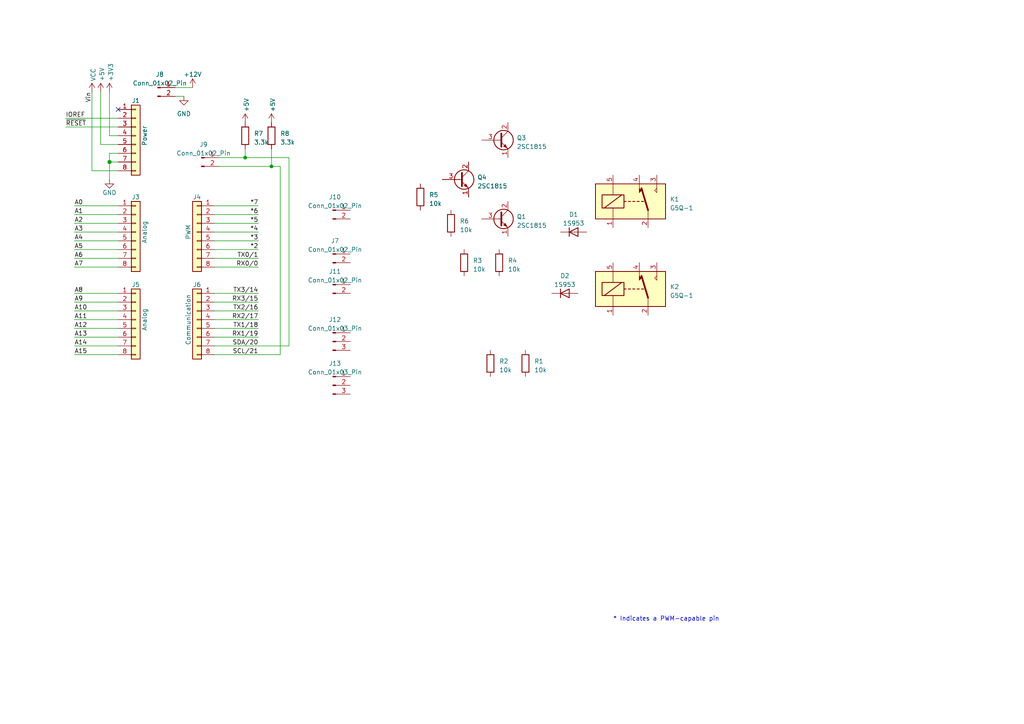
<source format=kicad_sch>
(kicad_sch (version 20230121) (generator eeschema)
  (paper "A4")
  (title_block (date "mar. 31 mars 2015"))
  (lib_symbols
    (symbol "Connector:Conn_01x02_Pin" (pin_names (offset 1.016) hide)
      (property "Reference" "J" (at 0 2.54 0))
      (property "Value" "Conn_01x02_Pin" (at 0 -5.08 0))
      (symbol "Conn_01x02_Pin_1_1"
        (polyline (pts (xy 1.27 -2.54) (xy 0.8636 -2.54)) (stroke (width 0.1524)))
        (polyline (pts (xy 1.27 0) (xy 0.8636 0)) (stroke (width 0.1524)))
        (rectangle (start 0.8636 -2.413) (end 0 -2.667) (stroke (width 0.1524)) (fill (type outline)))
        (rectangle (start 0.8636 0.127) (end 0 -0.127) (stroke (width 0.1524)) (fill (type outline)))
        (pin passive line (at 5.08 0 180) (length 3.81) (name "Pin_1") (number "1"))
        (pin passive line (at 5.08 -2.54 180) (length 3.81) (name "Pin_2") (number "2"))
      )
    )
    (symbol "Connector:Conn_01x03_Pin" (pin_names (offset 1.016) hide)
      (property "Reference" "J" (at 0 5.08 0))
      (property "Value" "Conn_01x03_Pin" (at 0 -5.08 0))
      (symbol "Conn_01x03_Pin_1_1"
        (polyline (pts (xy 1.27 -2.54) (xy 0.8636 -2.54)) (stroke (width 0.1524)))
        (polyline (pts (xy 1.27 0) (xy 0.8636 0)) (stroke (width 0.1524)))
        (polyline (pts (xy 1.27 2.54) (xy 0.8636 2.54)) (stroke (width 0.1524)))
        (rectangle (start 0.8636 -2.413) (end 0 -2.667) (stroke (width 0.1524)) (fill (type outline)))
        (rectangle (start 0.8636 0.127) (end 0 -0.127) (stroke (width 0.1524)) (fill (type outline)))
        (rectangle (start 0.8636 2.667) (end 0 2.413) (stroke (width 0.1524)) (fill (type outline)))
        (pin passive line (at 5.08 2.54 180) (length 3.81) (name "Pin_1") (number "1"))
        (pin passive line (at 5.08 0 180) (length 3.81) (name "Pin_2") (number "2"))
        (pin passive line (at 5.08 -2.54 180) (length 3.81) (name "Pin_3") (number "3"))
      )
    )
    (symbol "Connector_Generic:Conn_01x08" (pin_names (offset 1.016) hide)
      (property "Reference" "J" (at 0 10.16 0))
      (property "Value" "Conn_01x08" (at 0 -12.7 0))
      (symbol "Conn_01x08_1_1"
        (rectangle (start -1.27 -10.033) (end 0 -10.287) (stroke (width 0.1524)))
        (rectangle (start -1.27 -7.493) (end 0 -7.747) (stroke (width 0.1524)))
        (rectangle (start -1.27 -4.953) (end 0 -5.207) (stroke (width 0.1524)))
        (rectangle (start -1.27 -2.413) (end 0 -2.667) (stroke (width 0.1524)))
        (rectangle (start -1.27 0.127) (end 0 -0.127) (stroke (width 0.1524)))
        (rectangle (start -1.27 2.667) (end 0 2.413) (stroke (width 0.1524)))
        (rectangle (start -1.27 5.207) (end 0 4.953) (stroke (width 0.1524)))
        (rectangle (start -1.27 7.747) (end 0 7.493) (stroke (width 0.1524)))
        (rectangle (start -1.27 8.89) (end 1.27 -11.43) (stroke (width 0.254)) (fill (type background)))
        (pin passive line (at -5.08 7.62 0) (length 3.81) (name "Pin_1") (number "1"))
        (pin passive line (at -5.08 5.08 0) (length 3.81) (name "Pin_2") (number "2"))
        (pin passive line (at -5.08 2.54 0) (length 3.81) (name "Pin_3") (number "3"))
        (pin passive line (at -5.08 0 0) (length 3.81) (name "Pin_4") (number "4"))
        (pin passive line (at -5.08 -2.54 0) (length 3.81) (name "Pin_5") (number "5"))
        (pin passive line (at -5.08 -5.08 0) (length 3.81) (name "Pin_6") (number "6"))
        (pin passive line (at -5.08 -7.62 0) (length 3.81) (name "Pin_7") (number "7"))
        (pin passive line (at -5.08 -10.16 0) (length 3.81) (name "Pin_8") (number "8"))
      )
    )
    (symbol "Device:D" (pin_numbers hide) (pin_names (offset 1.016) hide)
      (property "Reference" "D" (at 0 2.54 0))
      (property "Value" "D" (at 0 -2.54 0))
      (symbol "D_0_1"
        (polyline (pts (xy -1.27 1.27) (xy -1.27 -1.27)) (stroke (width 0.254)))
        (polyline (pts (xy 1.27 0) (xy -1.27 0)))
        (polyline (pts (xy 1.27 1.27) (xy 1.27 -1.27) (xy -1.27 0) (xy 1.27 1.27)) (stroke (width 0.254)))
      )
      (symbol "D_1_1"
        (pin passive line (at -3.81 0 0) (length 2.54) (name "K") (number "1"))
        (pin passive line (at 3.81 0 180) (length 2.54) (name "A") (number "2"))
      )
    )
    (symbol "Device:R" (pin_numbers hide) (pin_names (offset 0))
      (property "Reference" "R" (at 2.032 0 90))
      (property "Value" "R" (at 0 0 90))
      (symbol "R_0_1"
        (rectangle (start -1.016 -2.54) (end 1.016 2.54) (stroke (width 0.254)))
      )
      (symbol "R_1_1"
        (pin passive line (at 0 3.81 270) (length 1.27) (name "~") (number "1"))
        (pin passive line (at 0 -3.81 90) (length 1.27) (name "~") (number "2"))
      )
    )
    (symbol "GND_1" (power) (pin_names (offset 0))
      (property "Value" "GND_1" (at 0 -3.81 0))
      (symbol "GND_1_0_1"
        (polyline (pts (xy 0 0) (xy 0 -1.27) (xy 1.27 -1.27) (xy 0 -2.54) (xy -1.27 -1.27) (xy 0 -1.27)))
      )
      (symbol "GND_1_1_1"
        (pin power_in line (at 0 0 270) (length 0) hide (name "GND") (number "1"))
      )
    )
    (symbol "Relay:G5Q-1"
      (property "Reference" "K" (at 11.43 3.81 0))
      (property "Value" "G5Q-1" (at 11.43 1.27 0))
      (symbol "G5Q-1_0_0"
        (polyline (pts (xy 7.62 5.08) (xy 7.62 2.54) (xy 6.985 3.175) (xy 7.62 3.81)))
      )
      (symbol "G5Q-1_0_1"
        (rectangle (start -10.16 5.08) (end 10.16 -5.08) (stroke (width 0.254)) (fill (type background)))
        (rectangle (start -8.255 1.905) (end -1.905 -1.905) (stroke (width 0.254)))
        (polyline (pts (xy -7.62 -1.905) (xy -2.54 1.905)) (stroke (width 0.254)))
        (polyline (pts (xy -5.08 -5.08) (xy -5.08 -1.905)))
        (polyline (pts (xy -5.08 5.08) (xy -5.08 1.905)))
        (polyline (pts (xy -1.905 0) (xy -1.27 0)) (stroke (width 0.254)))
        (polyline (pts (xy -0.635 0) (xy 0 0)) (stroke (width 0.254)))
        (polyline (pts (xy 0.635 0) (xy 1.27 0)) (stroke (width 0.254)))
        (polyline (pts (xy 1.905 0) (xy 2.54 0)) (stroke (width 0.254)))
        (polyline (pts (xy 3.175 0) (xy 3.81 0)) (stroke (width 0.254)))
        (polyline (pts (xy 5.08 -2.54) (xy 3.175 3.81)) (stroke (width 0.508)))
        (polyline (pts (xy 5.08 -2.54) (xy 5.08 -5.08)))
        (polyline (pts (xy 2.54 5.08) (xy 2.54 2.54) (xy 3.175 3.175) (xy 2.54 3.81)) (fill (type outline)))
      )
      (symbol "G5Q-1_1_1"
        (pin passive line (at -5.08 -7.62 90) (length 2.54) (name "~") (number "1"))
        (pin passive line (at 5.08 -7.62 90) (length 2.54) (name "~") (number "2"))
        (pin passive line (at 7.62 7.62 270) (length 2.54) (name "~") (number "3"))
        (pin passive line (at 2.54 7.62 270) (length 2.54) (name "~") (number "4"))
        (pin passive line (at -5.08 7.62 270) (length 2.54) (name "~") (number "5"))
      )
    )
    (symbol "Transistor_BJT:2SC1815" (pin_names (offset 0) hide)
      (property "Reference" "Q" (at 5.08 1.905 0))
      (property "Value" "2SC1815" (at 5.08 0 0))
      (symbol "2SC1815_0_1"
        (polyline (pts (xy 0 0) (xy 0.508 0)))
        (polyline (pts (xy 0.635 0.635) (xy 2.54 2.54)))
        (polyline (pts (xy 0.635 -0.635) (xy 2.54 -2.54) (xy 2.54 -2.54)))
        (polyline (pts (xy 0.635 1.905) (xy 0.635 -1.905) (xy 0.635 -1.905)) (stroke (width 0.508)))
        (polyline (pts (xy 1.27 -1.778) (xy 1.778 -1.27) (xy 2.286 -2.286) (xy 1.27 -1.778) (xy 1.27 -1.778)) (fill (type outline)))
        (circle (center 1.27 0) (radius 2.8194) (stroke (width 0.254)))
      )
      (symbol "2SC1815_1_1"
        (pin passive line (at 2.54 -5.08 90) (length 2.54) (name "E") (number "1"))
        (pin passive line (at 2.54 5.08 270) (length 2.54) (name "C") (number "2"))
        (pin input line (at -5.08 0 0) (length 5.08) (name "B") (number "3"))
      )
    )
    (symbol "power:+12V" (power) (pin_names (offset 0))
      (property "Value" "+12V" (at 0 3.556 0))
      (symbol "+12V_0_1"
        (polyline (pts (xy -0.762 1.27) (xy 0 2.54)))
        (polyline (pts (xy 0 0) (xy 0 2.54)))
        (polyline (pts (xy 0 2.54) (xy 0.762 1.27)))
      )
      (symbol "+12V_1_1"
        (pin power_in line (at 0 0 90) (length 0) hide (name "+12V") (number "1"))
      )
    )
    (symbol "power:+3V3" (power) (pin_names (offset 0))
      (property "Value" "+3V3" (at 0 3.556 0))
      (symbol "+3V3_0_1"
        (polyline (pts (xy -0.762 1.27) (xy 0 2.54)))
        (polyline (pts (xy 0 0) (xy 0 2.54)))
        (polyline (pts (xy 0 2.54) (xy 0.762 1.27)))
      )
      (symbol "+3V3_1_1"
        (pin power_in line (at 0 0 90) (length 0) hide (name "+3V3") (number "1"))
      )
    )
    (symbol "power:+5V" (power) (pin_names (offset 0))
      (property "Value" "+5V" (at 0 3.556 0))
      (symbol "+5V_0_1"
        (polyline (pts (xy -0.762 1.27) (xy 0 2.54)))
        (polyline (pts (xy 0 0) (xy 0 2.54)))
        (polyline (pts (xy 0 2.54) (xy 0.762 1.27)))
      )
      (symbol "+5V_1_1"
        (pin power_in line (at 0 0 90) (length 0) hide (name "+5V") (number "1"))
      )
    )
    (symbol "power:GND" (power) (pin_names (offset 0))
      (property "Value" "GND" (at 0 -3.81 0))
      (symbol "GND_0_1"
        (polyline (pts (xy 0 0) (xy 0 -1.27) (xy 1.27 -1.27) (xy 0 -2.54) (xy -1.27 -1.27) (xy 0 -1.27)))
      )
      (symbol "GND_1_1"
        (pin power_in line (at 0 0 270) (length 0) hide (name "GND") (number "1"))
      )
    )
    (symbol "power:VCC" (power) (pin_names (offset 0))
      (property "Value" "VCC" (at 0 3.81 0))
      (symbol "VCC_0_1"
        (polyline (pts (xy -0.762 1.27) (xy 0 2.54)))
        (polyline (pts (xy 0 0) (xy 0 2.54)))
        (polyline (pts (xy 0 2.54) (xy 0.762 1.27)))
      )
      (symbol "VCC_1_1"
        (pin power_in line (at 0 0 90) (length 0) hide (name "VCC") (number "1"))
      )
    )
  )
  (junction (at 31.75 46.99) (diameter 1.016))
  (junction (at 71.12 45.72))
  (junction (at 78.74 48.26))
  (no_connect (at 34.29 31.75))
  (wire (pts (xy 62.23 77.47) (xy 74.93 77.47)))
  (wire (pts (xy 21.59 77.47) (xy 34.29 77.47)))
  (wire (pts (xy 71.12 45.72) (xy 83.82 45.72)))
  (wire (pts (xy 62.23 90.17) (xy 74.93 90.17)))
  (wire (pts (xy 31.75 44.45) (xy 31.75 46.99)))
  (wire (pts (xy 21.59 72.39) (xy 34.29 72.39)))
  (wire (pts (xy 31.75 46.99) (xy 31.75 52.07)))
  (wire (pts (xy 31.75 39.37) (xy 34.29 39.37)))
  (wire (pts (xy 29.21 41.91) (xy 34.29 41.91)))
  (wire (pts (xy 29.21 26.67) (xy 29.21 41.91)))
  (wire (pts (xy 21.59 102.87) (xy 34.29 102.87)))
  (wire (pts (xy 81.28 48.26) (xy 81.28 102.87)))
  (wire (pts (xy 31.75 26.67) (xy 31.75 39.37)))
  (wire (pts (xy 62.23 59.69) (xy 74.93 59.69)))
  (wire (pts (xy 34.29 59.69) (xy 21.59 59.69)))
  (wire (pts (xy 34.29 100.33) (xy 21.59 100.33)))
  (wire (pts (xy 63.5 48.26) (xy 78.74 48.26)))
  (wire (pts (xy 62.23 62.23) (xy 74.93 62.23)))
  (wire (pts (xy 62.23 97.79) (xy 74.93 97.79)))
  (wire (pts (xy 62.23 67.31) (xy 74.93 67.31)))
  (wire (pts (xy 50.8 25.4) (xy 55.88 25.4)))
  (wire (pts (xy 19.05 34.29) (xy 34.29 34.29)))
  (wire (pts (xy 62.23 87.63) (xy 74.93 87.63)))
  (wire (pts (xy 50.8 27.94) (xy 53.34 27.94)))
  (wire (pts (xy 62.23 102.87) (xy 81.28 102.87)))
  (wire (pts (xy 62.23 95.25) (xy 74.93 95.25)))
  (wire (pts (xy 21.59 92.71) (xy 34.29 92.71)))
  (wire (pts (xy 34.29 64.77) (xy 21.59 64.77)))
  (wire (pts (xy 19.05 36.83) (xy 34.29 36.83)))
  (wire (pts (xy 62.23 85.09) (xy 74.93 85.09)))
  (wire (pts (xy 34.29 46.99) (xy 31.75 46.99)))
  (wire (pts (xy 34.29 49.53) (xy 26.67 49.53)))
  (wire (pts (xy 21.59 62.23) (xy 34.29 62.23)))
  (wire (pts (xy 34.29 90.17) (xy 21.59 90.17)))
  (wire (pts (xy 62.23 92.71) (xy 74.93 92.71)))
  (wire (pts (xy 34.29 44.45) (xy 31.75 44.45)))
  (wire (pts (xy 21.59 97.79) (xy 34.29 97.79)))
  (wire (pts (xy 63.5 45.72) (xy 71.12 45.72)))
  (wire (pts (xy 21.59 87.63) (xy 34.29 87.63)))
  (wire (pts (xy 78.74 48.26) (xy 81.28 48.26)))
  (wire (pts (xy 62.23 64.77) (xy 74.93 64.77)))
  (wire (pts (xy 21.59 67.31) (xy 34.29 67.31)))
  (wire (pts (xy 62.23 100.33) (xy 83.82 100.33)))
  (wire (pts (xy 34.29 85.09) (xy 21.59 85.09)))
  (wire (pts (xy 83.82 45.72) (xy 83.82 100.33)))
  (wire (pts (xy 71.12 43.18) (xy 71.12 45.72)))
  (wire (pts (xy 78.74 43.18) (xy 78.74 48.26)))
  (wire (pts (xy 62.23 72.39) (xy 74.93 72.39)))
  (wire (pts (xy 62.23 69.85) (xy 74.93 69.85)))
  (wire (pts (xy 62.23 74.93) (xy 74.93 74.93)))
  (wire (pts (xy 34.29 95.25) (xy 21.59 95.25)))
  (wire (pts (xy 26.67 49.53) (xy 26.67 26.67)))
  (wire (pts (xy 34.29 74.93) (xy 21.59 74.93)))
  (wire (pts (xy 34.29 69.85) (xy 21.59 69.85)))
  (text "* Indicates a PWM-capable pin" (at 177.8 180.34 0) (effects (font (size 1.27 1.27)) (justify left bottom)))
  (label "A10" (at 21.59 90.17 0))
  (label "RX0{slash}0" (at 74.93 77.47 180))
  (label "A15" (at 21.59 102.87 0))
  (label "A2" (at 21.59 64.77 0))
  (label "RX2{slash}17" (at 74.93 92.71 180))
  (label "*4" (at 74.93 67.31 180))
  (label "SDA{slash}20" (at 74.93 100.33 180))
  (label "*2" (at 74.93 72.39 180))
  (label "TX1{slash}18" (at 74.93 95.25 180))
  (label "A3" (at 21.59 67.31 0))
  (label "~{RESET}" (at 19.05 36.83 0))
  (label "A13" (at 21.59 97.79 0))
  (label "*7" (at 74.93 59.69 180))
  (label "A9" (at 21.59 87.63 0))
  (label "*3" (at 74.93 69.85 180))
  (label "A6" (at 21.59 74.93 0))
  (label "A1" (at 21.59 62.23 0))
  (label "TX0{slash}1" (at 74.93 74.93 180))
  (label "RX1{slash}19" (at 74.93 97.79 180))
  (label "A0" (at 21.59 59.69 0))
  (label "A14" (at 21.59 100.33 0))
  (label "A8" (at 21.59 85.09 0))
  (label "Vin" (at 26.67 26.67 270))
  (label "*6" (at 74.93 62.23 180))
  (label "TX2{slash}16" (at 74.93 90.17 180))
  (label "*5" (at 74.93 64.77 180))
  (label "IOREF" (at 19.05 34.29 0))
  (label "A7" (at 21.59 77.47 0))
  (label "A11" (at 21.59 92.71 0))
  (label "A4" (at 21.59 69.85 0))
  (label "A5" (at 21.59 72.39 0))
  (label "RX3{slash}15" (at 74.93 87.63 180))
  (label "TX3{slash}14" (at 74.93 85.09 180))
  (label "A12" (at 21.59 95.25 0))
  (label "SCL{slash}21" (at 74.93 102.87 180))
  (symbol (lib_id "Connector_Generic:Conn_01x08") (at 39.37 39.37 0) (unit 1)
    (property "Reference" "J1" (at 39.37 29.21 0))
    (property "Value" "Power" (at 41.91 39.37 90))
    (property "Footprint" "Connector_PinSocket_2.54mm:PinSocket_1x08_P2.54mm_Vertical" (effects hide))
  )
  (symbol (lib_id "power:+3V3") (at 31.75 26.67 0) (unit 1)
    (property "Reference" "#PWR03" (effects hide))
    (property "Value" "+3.3V" (at 32.131 23.622 90) (effects (justify left)))
  )
  (symbol (lib_id "power:+5V") (at 29.21 26.67 0) (unit 1)
    (property "Reference" "#PWR02" (effects hide))
    (property "Value" "+5V" (at 29.5656 23.622 90) (effects (justify left)))
  )
  (symbol (lib_id "power:GND") (at 31.75 52.07 0) (unit 1)
    (property "Reference" "#PWR04" (effects hide))
    (property "Value" "GND" (at 31.75 55.88 0))
  )
  (symbol (lib_id "Connector_Generic:Conn_01x08") (at 39.37 67.31 0) (unit 1)
    (property "Reference" "J3" (at 39.37 57.15 0))
    (property "Value" "Analog" (at 41.91 67.31 90))
    (property "Footprint" "Connector_PinSocket_2.54mm:PinSocket_1x08_P2.54mm_Vertical" (effects hide))
  )
  (symbol (lib_id "Connector_Generic:Conn_01x08") (at 57.15 67.31 0) (mirror y) (unit 1)
    (property "Reference" "J4" (at 57.15 57.15 0))
    (property "Value" "PWM" (at 54.61 67.31 90))
    (property "Footprint" "Connector_PinSocket_2.54mm:PinSocket_1x08_P2.54mm_Vertical" (effects hide))
  )
  (symbol (lib_id "Connector_Generic:Conn_01x08") (at 39.37 92.71 0) (unit 1)
    (property "Reference" "J5" (at 39.37 82.55 0))
    (property "Value" "Analog" (at 41.91 92.71 90))
    (property "Footprint" "Connector_PinSocket_2.54mm:PinSocket_1x08_P2.54mm_Vertical" (effects hide))
  )
  (symbol (lib_id "Connector_Generic:Conn_01x08") (at 57.15 92.71 0) (mirror y) (unit 1)
    (property "Reference" "J6" (at 57.15 82.55 0))
    (property "Value" "Communication" (at 54.61 92.71 90))
    (property "Footprint" "Connector_PinSocket_2.54mm:PinSocket_1x08_P2.54mm_Vertical" (effects hide))
  )
  (symbol (lib_id "power:+5V") (at 71.12 35.56 0) (unit 1)
    (property "Reference" "#PWR07" (effects hide))
    (property "Value" "+5V" (at 71.4756 32.512 90) (effects (justify left)))
  )
  (symbol (lib_id "Device:D") (at 163.83 85.09 0) (unit 1)
    (property "Reference" "D2" (at 163.83 80.01 0))
    (property "Value" "1S953" (at 163.83 82.55 0))
    (property "Footprint" "Diode_THT:D_DO-35_SOD27_P7.62mm_Horizontal" (effects hide))
    (property "Sim.Device" "D" (effects hide))
    (property "Sim.Pins" "1=K 2=A" (effects hide))
  )
  (symbol (lib_id "Connector:Conn_01x02_Pin") (at 96.52 73.66 0) (unit 1)
    (property "Reference" "J7" (at 97.155 69.85 0))
    (property "Value" "Conn_01x02_Pin" (at 97.155 72.39 0))
    (property "Footprint" "Connector_JST:JST_XH_S2B-XH-A_1x02_P2.50mm_Horizontal" (effects hide))
  )
  (symbol (lib_id "Transistor_BJT:2SC1815") (at 133.35 52.07 0) (unit 1)
    (property "Reference" "Q4" (at 138.43 51.435 0) (effects (justify left)))
    (property "Value" "2SC1815" (at 138.43 53.975 0) (effects (justify left)))
    (property "Footprint" "Package_TO_SOT_THT:TO-92_Inline_Wide" (effects hide))
    (property "Datasheet" "https://media.digikey.com/pdf/Data%20Sheets/Toshiba%20PDFs/2SC1815.pdf" (effects hide))
  )
  (symbol (lib_id "Connector:Conn_01x02_Pin") (at 96.52 82.55 0) (unit 1)
    (property "Reference" "J11" (at 97.155 78.74 0))
    (property "Value" "Conn_01x02_Pin" (at 97.155 81.28 0))
    (property "Footprint" "Connector_JST:JST_XH_S2B-XH-A_1x02_P2.50mm_Horizontal" (effects hide))
  )
  (symbol (lib_id "Device:D") (at 166.37 67.31 0) (unit 1)
    (property "Reference" "D1" (at 166.37 62.23 0))
    (property "Value" "1S953" (at 166.37 64.77 0))
    (property "Footprint" "Diode_THT:D_DO-35_SOD27_P7.62mm_Horizontal" (effects hide))
    (property "Sim.Device" "D" (effects hide))
    (property "Sim.Pins" "1=K 2=A" (effects hide))
  )
  (symbol (lib_id "Device:R") (at 142.24 105.41 0) (unit 1)
    (property "Reference" "R2" (at 144.78 104.775 0) (effects (justify left)))
    (property "Value" "10k" (at 144.78 107.315 0) (effects (justify left)))
    (property "Footprint" "Resistor_SMD:R_0805_2012Metric" (effects hide))
  )
  (symbol (lib_id "Device:R") (at 130.81 64.77 0) (unit 1)
    (property "Reference" "R6" (at 133.35 64.135 0) (effects (justify left)))
    (property "Value" "10k" (at 133.35 66.675 0) (effects (justify left)))
    (property "Footprint" "Resistor_SMD:R_0805_2012Metric" (effects hide))
  )
  (symbol (lib_id "Device:R") (at 121.92 57.15 0) (unit 1)
    (property "Reference" "R5" (at 124.46 56.515 0) (effects (justify left)))
    (property "Value" "10k" (at 124.46 59.055 0) (effects (justify left)))
    (property "Footprint" "Resistor_SMD:R_0805_2012Metric" (effects hide))
  )
  (symbol (lib_id "Relay:G5Q-1") (at 182.88 58.42 0) (unit 1)
    (property "Reference" "K1" (at 194.31 57.785 0) (effects (justify left)))
    (property "Value" "G5Q-1" (at 194.31 60.325 0) (effects (justify left)))
    (property "Footprint" "Relay_THT:Relay_SPDT_Omron-G5Q-1" (effects hide))
    (property "Datasheet" "https://www.omron.com/ecb/products/pdf/en-g5q.pdf" (effects hide))
  )
  (symbol (lib_id "Device:R") (at 134.62 76.2 0) (unit 1)
    (property "Reference" "R3" (at 137.16 75.565 0) (effects (justify left)))
    (property "Value" "10k" (at 137.16 78.105 0) (effects (justify left)))
    (property "Footprint" "Resistor_SMD:R_0805_2012Metric" (effects hide))
  )
  (symbol (lib_id "Device:R") (at 152.4 105.41 0) (unit 1)
    (property "Reference" "R1" (at 154.94 104.775 0) (effects (justify left)))
    (property "Value" "10k" (at 154.94 107.315 0) (effects (justify left)))
    (property "Footprint" "Resistor_SMD:R_0805_2012Metric" (effects hide))
  )
  (symbol (lib_id "Device:R") (at 71.12 39.37 0) (unit 1)
    (property "Reference" "R7" (at 73.66 38.735 0) (effects (justify left)))
    (property "Value" "3.3k" (at 73.66 41.275 0) (effects (justify left)))
    (property "Footprint" "Resistor_SMD:R_0603_1608Metric" (effects hide))
  )
  (symbol (lib_id "Device:R") (at 78.74 39.37 0) (unit 1)
    (property "Reference" "R8" (at 81.28 38.735 0) (effects (justify left)))
    (property "Value" "3.3k" (at 81.28 41.275 0) (effects (justify left)))
    (property "Footprint" "Resistor_SMD:R_0603_1608Metric" (effects hide))
  )
  (symbol (lib_id "power:+5V") (at 78.74 35.56 0) (unit 1)
    (property "Reference" "#PWR08" (effects hide))
    (property "Value" "+5V" (at 79.0956 32.512 90) (effects (justify left)))
  )
  (symbol (lib_id "power:VCC") (at 26.67 26.67 0) (unit 1)
    (property "Reference" "#PWR01" (effects hide))
    (property "Value" "VCC" (at 27.051 23.622 90) (effects (justify left)))
  )
  (symbol (lib_id "Connector:Conn_01x02_Pin") (at 96.52 60.96 0) (unit 1)
    (property "Reference" "J10" (at 97.155 57.15 0))
    (property "Value" "Conn_01x02_Pin" (at 97.155 59.69 0))
    (property "Footprint" "Connector_JST:JST_XH_S2B-XH-A_1x02_P2.50mm_Horizontal" (effects hide))
  )
  (symbol (lib_id "Connector:Conn_01x02_Pin") (at 58.42 45.72 0) (unit 1)
    (property "Reference" "J9" (at 59.055 41.91 0))
    (property "Value" "Conn_01x02_Pin" (at 59.055 44.45 0))
    (property "Footprint" "Connector_JST:JST_XH_S2B-XH-A_1x02_P2.50mm_Horizontal" (effects hide))
  )
  (symbol (lib_id "Connector:Conn_01x03_Pin") (at 96.52 99.06 0) (unit 1)
    (property "Reference" "J12" (at 97.155 92.71 0))
    (property "Value" "Conn_01x03_Pin" (at 97.155 95.25 0))
    (property "Footprint" "Connector_JST:JST_XH_S3B-XH-A_1x03_P2.50mm_Horizontal" (effects hide))
  )
  (symbol (lib_id "Device:R") (at 144.78 76.2 0) (unit 1)
    (property "Reference" "R4" (at 147.32 75.565 0) (effects (justify left)))
    (property "Value" "10k" (at 147.32 78.105 0) (effects (justify left)))
    (property "Footprint" "Resistor_SMD:R_0805_2012Metric" (effects hide))
  )
  (symbol (lib_name "GND_1") (lib_id "power:GND") (at 53.34 27.94 0) (unit 1)
    (property "Reference" "#PWR06" (effects hide))
    (property "Value" "GND" (at 53.34 33.02 0))
  )
  (symbol (lib_id "Connector:Conn_01x02_Pin") (at 45.72 25.4 0) (unit 1)
    (property "Reference" "J8" (at 46.355 21.59 0))
    (property "Value" "Conn_01x02_Pin" (at 46.355 24.13 0))
    (property "Footprint" "Connector_JST:JST_XH_S2B-XH-A_1x02_P2.50mm_Horizontal" (effects hide))
  )
  (symbol (lib_id "Transistor_BJT:2SC1815") (at 144.78 63.5 0) (unit 1)
    (property "Reference" "Q1" (at 149.86 62.865 0) (effects (justify left)))
    (property "Value" "2SC1815" (at 149.86 65.405 0) (effects (justify left)))
    (property "Footprint" "Package_TO_SOT_THT:TO-92_Inline_Wide" (effects hide))
    (property "Datasheet" "https://media.digikey.com/pdf/Data%20Sheets/Toshiba%20PDFs/2SC1815.pdf" (effects hide))
  )
  (symbol (lib_id "Relay:G5Q-1") (at 182.88 83.82 0) (unit 1)
    (property "Reference" "K2" (at 194.31 83.185 0) (effects (justify left)))
    (property "Value" "G5Q-1" (at 194.31 85.725 0) (effects (justify left)))
    (property "Footprint" "Relay_THT:Relay_SPDT_Omron-G5Q-1" (effects hide))
    (property "Datasheet" "https://www.omron.com/ecb/products/pdf/en-g5q.pdf" (effects hide))
  )
  (symbol (lib_id "Transistor_BJT:2SC1815") (at 144.78 40.64 0) (unit 1)
    (property "Reference" "Q3" (at 149.86 40.005 0) (effects (justify left)))
    (property "Value" "2SC1815" (at 149.86 42.545 0) (effects (justify left)))
    (property "Footprint" "Package_TO_SOT_THT:TO-92_Inline_Wide" (effects hide))
    (property "Datasheet" "https://media.digikey.com/pdf/Data%20Sheets/Toshiba%20PDFs/2SC1815.pdf" (effects hide))
  )
  (symbol (lib_id "power:+12V") (at 55.88 25.4 0) (unit 1)
    (property "Reference" "#PWR05" (effects hide))
    (property "Value" "+12V" (at 55.88 21.59 0))
  )
  (symbol (lib_id "Connector:Conn_01x03_Pin") (at 96.52 111.76 0) (unit 1)
    (property "Reference" "J13" (at 97.155 105.41 0))
    (property "Value" "Conn_01x03_Pin" (at 97.155 107.95 0))
    (property "Footprint" "Connector_JST:JST_XH_S3B-XH-A_1x03_P2.50mm_Horizontal" (effects hide))
  )
)
</source>
